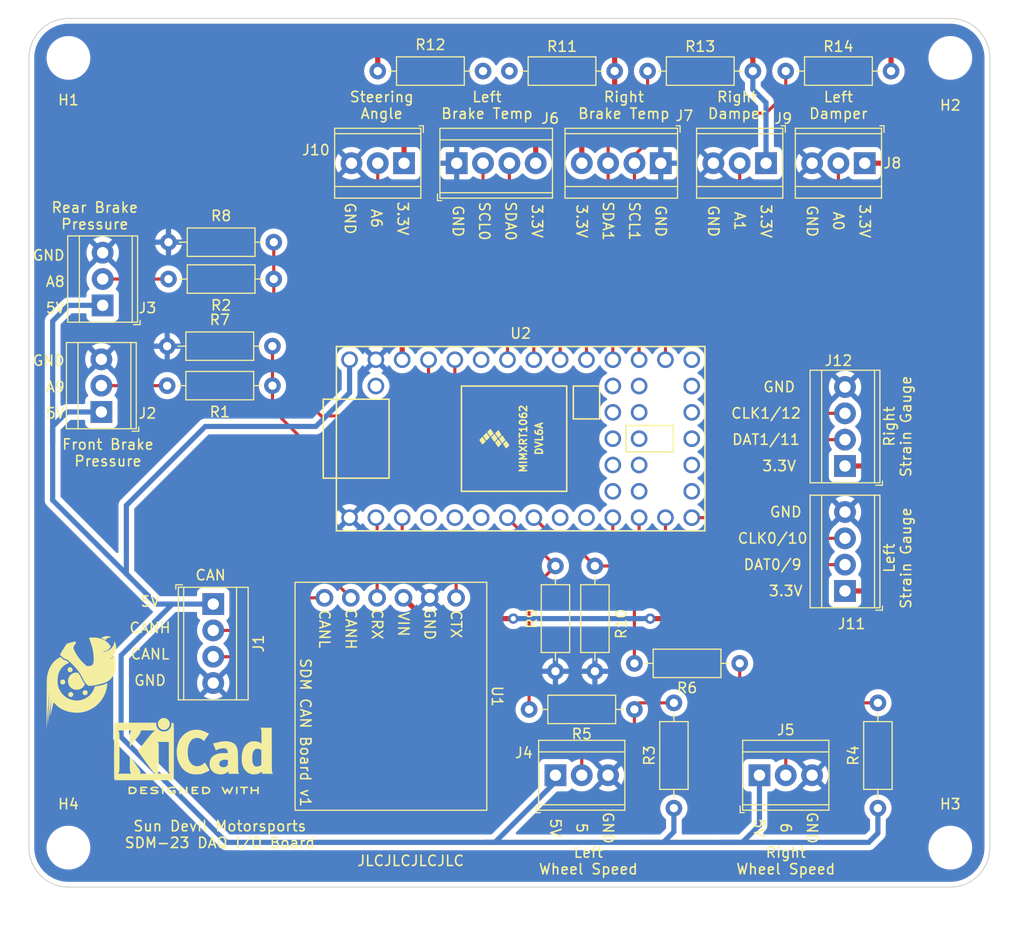
<source format=kicad_pcb>
(kicad_pcb (version 20211014) (generator pcbnew)
  (title_block (title "SDM-23 DAQ I/O Board") (date "2023-01-15") (rev "v1"))
  (layers (0 "F.Cu" signal) (31 "B.Cu" signal) (34 "B.Paste" user) (35 "F.Paste" user) (36 "B.SilkS" user "B.Silkscreen") (37 "F.SilkS" user "F.Silkscreen") (38 "B.Mask" user) (39 "F.Mask" user) (44 "Edge.Cuts" user))
  (net 0 "")
  (net 1 "+5V")
  (net 2 "Net-(J1-Pad2)")
  (net 3 "Net-(J1-Pad3)")
  (net 4 "GND")
  (net 5 "Net-(J2-Pad2)")
  (net 6 "Net-(J3-Pad2)")
  (net 7 "Net-(J4-Pad2)")
  (net 8 "Net-(J5-Pad2)")
  (net 9 "/SCL0")
  (net 10 "/SDA0")
  (net 11 "+3.3V")
  (net 12 "/SCL1")
  (net 13 "/SDA1")
  (net 14 "/A0")
  (net 15 "/A1")
  (net 16 "/A6")
  (net 17 "/DAT0")
  (net 18 "/CLK0")
  (net 19 "/DAT1")
  (net 20 "/CLK1")
  (net 21 "/A9")
  (net 22 "/A8")
  (net 23 "/5")
  (net 24 "/6")
  (net 25 "/CTX2")
  (net 26 "/CRX2")
  (footprint "TerminalBlock_TE-Connectivity:TerminalBlock_TE_282834-4_1x04_P2.54mm_Horizontal" (layer "F.Cu") (at 141.912 69.432)
    (fp_text reference "J6" (at 9.017 -4.318) (layer "F.SilkS"))
    (fp_text value "LeftBrakeTemp")
    (pad "1" thru_hole rect (at 0 0) (size 2.1 2.1) (drill 1.1) (layers *.Cu *.Mask) (net 4 "GND"))
    (pad "2" thru_hole circle (at 2.54 0) (size 2.1 2.1) (drill 1.1) (layers *.Cu *.Mask) (net 9 "/SCL0"))
    (pad "3" thru_hole circle (at 5.08 0) (size 2.1 2.1) (drill 1.1) (layers *.Cu *.Mask) (net 10 "/SDA0"))
    (pad "4" thru_hole circle (at 7.62 0) (size 2.1 2.1) (drill 1.1) (layers *.Cu *.Mask) (net 11 "+3.3V"))
  )
  (footprint "Resistor_THT:R_Axial_DIN0207_L6.3mm_D2.5mm_P10.16mm_Horizontal" (layer "F.Cu") (at 182.552 131.662 90)
    (fp_text reference "R4" (at 5.08 -2.37 90) (layer "F.SilkS"))
    (fp_text value "10k")
    (pad "1" thru_hole circle (at 0 0 90) (size 1.6 1.6) (drill 0.8) (layers *.Cu *.Mask) (net 1 "+5V"))
    (pad "2" thru_hole oval (at 10.16 0 90) (size 1.6 1.6) (drill 0.8) (layers *.Cu *.Mask) (net 8 "Net-(J5-Pad2)"))
  )
  (footprint "TerminalBlock_TE-Connectivity:TerminalBlock_TE_282834-4_1x04_P2.54mm_Horizontal" (layer "F.Cu") (at 179.377 98.647 90)
    (fp_text reference "J12" (at 10.165 -0.635 180) (layer "F.SilkS"))
    (fp_text value "RightStrainGauge")
    (pad "1" thru_hole rect (at 0 0 90) (size 2.1 2.1) (drill 1.1) (layers *.Cu *.Mask) (net 11 "+3.3V"))
    (pad "2" thru_hole circle (at 2.54 0 90) (size 2.1 2.1) (drill 1.1) (layers *.Cu *.Mask) (net 19 "/DAT1"))
    (pad "3" thru_hole circle (at 5.08 0 90) (size 2.1 2.1) (drill 1.1) (layers *.Cu *.Mask) (net 20 "/CLK1"))
    (pad "4" thru_hole circle (at 7.62 0 90) (size 2.1 2.1) (drill 1.1) (layers *.Cu *.Mask) (net 4 "GND"))
  )
  (footprint "MountingHole:MountingHole_3.2mm_M3" (layer "F.Cu") (at 104.447 135.472)
    (fp_text reference "H4" (at 0 -4.2) (layer "F.SilkS"))
    (fp_text value "M3")
    (pad "" np_thru_hole circle (at 0 0) (size 3.2 3.2) (drill 3.2) (layers *.Cu *.Mask))
  )
  (footprint "Resistor_THT:R_Axial_DIN0207_L6.3mm_D2.5mm_P10.16mm_Horizontal" (layer "F.Cu") (at 162.867 131.662 90)
    (fp_text reference "R3" (at 5.08 -2.37 90) (layer "F.SilkS"))
    (fp_text value "10k")
    (pad "1" thru_hole circle (at 0 0 90) (size 1.6 1.6) (drill 0.8) (layers *.Cu *.Mask) (net 1 "+5V"))
    (pad "2" thru_hole oval (at 10.16 0 90) (size 1.6 1.6) (drill 0.8) (layers *.Cu *.Mask) (net 7 "Net-(J4-Pad2)"))
  )
  (footprint "Resistor_THT:R_Axial_DIN0207_L6.3mm_D2.5mm_P10.16mm_Horizontal" (layer "F.Cu") (at 124.132 87.085 180)
    (fp_text reference "R7" (at 5.08 2.54) (layer "F.SilkS"))
    (fp_text value "4.7k")
    (pad "1" thru_hole circle (at 0 0 180) (size 1.6 1.6) (drill 0.8) (layers *.Cu *.Mask) (net 21 "/A9"))
    (pad "2" thru_hole oval (at 10.16 0 180) (size 1.6 1.6) (drill 0.8) (layers *.Cu *.Mask) (net 4 "GND"))
  )
  (footprint "Resistor_THT:R_Axial_DIN0207_L6.3mm_D2.5mm_P10.16mm_Horizontal" (layer "F.Cu") (at 155.247 108.294 -90)
    (fp_text reference "R10" (at 5.588 -2.54 90) (layer "F.SilkS"))
    (fp_text value "4.7k")
    (pad "1" thru_hole circle (at 0 0 270) (size 1.6 1.6) (drill 0.8) (layers *.Cu *.Mask) (net 24 "/6"))
    (pad "2" thru_hole oval (at 10.16 0 270) (size 1.6 1.6) (drill 0.8) (layers *.Cu *.Mask) (net 4 "GND"))
  )
  (footprint "TerminalBlock_TE-Connectivity:TerminalBlock_TE_282834-3_1x03_P2.54mm_Horizontal" (layer "F.Cu") (at 181.282 69.432 180)
    (fp_text reference "J8" (at -2.667 0) (layer "F.SilkS"))
    (fp_text value "LeftDamper")
    (pad "1" thru_hole rect (at 0 0 180) (size 2.1 2.1) (drill 1.1) (layers *.Cu *.Mask) (net 11 "+3.3V"))
    (pad "2" thru_hole circle (at 2.54 0 180) (size 2.1 2.1) (drill 1.1) (layers *.Cu *.Mask) (net 14 "/A0"))
    (pad "3" thru_hole circle (at 5.08 0 180) (size 2.1 2.1) (drill 1.1) (layers *.Cu *.Mask) (net 4 "GND"))
  )
  (footprint "TerminalBlock_TE-Connectivity:TerminalBlock_TE_282834-3_1x03_P2.54mm_Horizontal" (layer "F.Cu") (at 107.749 83.148 90)
    (fp_text reference "J3" (at -0.254 4.318 180) (layer "F.SilkS"))
    (fp_text value "RearBrakePressure")
    (pad "1" thru_hole rect (at 0 0 90) (size 2.1 2.1) (drill 1.1) (layers *.Cu *.Mask) (net 1 "+5V"))
    (pad "2" thru_hole circle (at 2.54 0 90) (size 2.1 2.1) (drill 1.1) (layers *.Cu *.Mask) (net 6 "Net-(J3-Pad2)"))
    (pad "3" thru_hole circle (at 5.08 0 90) (size 2.1 2.1) (drill 1.1) (layers *.Cu *.Mask) (net 4 "GND"))
  )
  (footprint "Resistor_THT:R_Axial_DIN0207_L6.3mm_D2.5mm_P10.16mm_Horizontal" (layer "F.Cu") (at 113.972 90.895)
    (fp_text reference "R1" (at 5.08 2.54) (layer "F.SilkS"))
    (fp_text value "4.7k")
    (pad "1" thru_hole circle (at 0 0) (size 1.6 1.6) (drill 0.8) (layers *.Cu *.Mask) (net 5 "Net-(J2-Pad2)"))
    (pad "2" thru_hole oval (at 10.16 0) (size 1.6 1.6) (drill 0.8) (layers *.Cu *.Mask) (net 21 "/A9"))
  )
  (footprint "Resistor_THT:R_Axial_DIN0207_L6.3mm_D2.5mm_P10.16mm_Horizontal" (layer "F.Cu") (at 114.099 80.608)
    (fp_text reference "R2" (at 5.08 2.54) (layer "F.SilkS"))
    (fp_text value "4.7k")
    (pad "1" thru_hole circle (at 0 0) (size 1.6 1.6) (drill 0.8) (layers *.Cu *.Mask) (net 6 "Net-(J3-Pad2)"))
    (pad "2" thru_hole oval (at 10.16 0) (size 1.6 1.6) (drill 0.8) (layers *.Cu *.Mask) (net 22 "/A8"))
  )
  (footprint "Symbol:KiCad-Logo2_6mm_SilkScreen" (layer "F.Cu") (at 116.512 125.947)
    (fp_text reference "REF**" hide)
    (fp_text value "KiCad-Logo2_6mm_SilkScreen" hide)
  )
  (footprint "Resistor_THT:R_Axial_DIN0207_L6.3mm_D2.5mm_P10.16mm_Horizontal" (layer "F.Cu") (at 146.992 60.542)
    (fp_text reference "R11" (at 5.08 -2.37) (layer "F.SilkS"))
    (fp_text value "4.7k")
    (pad "1" thru_hole circle (at 0 0) (size 1.6 1.6) (drill 0.8) (layers *.Cu *.Mask) (net 10 "/SDA0"))
    (pad "2" thru_hole oval (at 10.16 0) (size 1.6 1.6) (drill 0.8) (layers *.Cu *.Mask) (net 11 "+3.3V"))
  )
  (footprint "MountingHole:MountingHole_3.2mm_M3" (layer "F.Cu") (at 104.447 59.272)
    (fp_text reference "H1" (at 0 4.064) (layer "F.SilkS"))
    (fp_text value "M3")
    (pad "" np_thru_hole circle (at 0 0) (size 3.2 3.2) (drill 3.2) (layers *.Cu *.Mask))
  )
  (footprint "SDM:SDM_CANBoard_v1" (layer "F.Cu") (at 143.812 120.867 -90)
    (fp_text reference "U1" (at 0 -2 -90 unlocked) (layer "F.SilkS"))
    (fp_text value "SN65HVD230_CAN_Transceiver")
    (fp_text user "CTX" (at -6.96 1.96 -90 unlocked) (layer "F.SilkS"))
    (fp_text user "CANH" (at -6.5 12.12 -90 unlocked) (layer "F.SilkS"))
    (fp_text user "CRX" (at -6.96 9.58 -90 unlocked) (layer "F.SilkS"))
    (fp_text user "SDM CAN Board v1" (at 3.5 16.5 -90 unlocked) (layer "F.SilkS"))
    (fp_text user "CANL" (at -6.5 14.66 -90 unlocked) (layer "F.SilkS"))
    (fp_text user "VIN" (at -6.96 7.04 -90 unlocked) (layer "F.SilkS"))
    (fp_text user "GND" (at -6.96 4.5 -90 unlocked) (layer "F.SilkS"))
    (pad "1" thru_hole circle (at -9.5 1.96 270) (size 1.7 1.7) (drill 1) (layers *.Cu *.Mask) (net 25 "/CTX2"))
    (pad "2" thru_hole circle (at -9.5 4.5 270) (size 1.7 1.7) (drill 1) (layers *.Cu *.Mask) (net 4 "GND"))
    (pad "3" thru_hole circle (at -9.5 7.04 270) (size 1.7 1.7) (drill 1) (layers *.Cu *.Mask) (net 11 "+3.3V"))
    (pad "4" thru_hole circle (at -9.5 9.58 270) (size 1.7 1.7) (drill 1) (layers *.Cu *.Mask) (net 26 "/CRX2"))
    (pad "5" thru_hole circle (at -9.5 12.12 270) (size 1.7 1.7) (drill 1) (layers *.Cu *.Mask) (net 2 "Net-(J1-Pad2)"))
    (pad "6" thru_hole circle (at -9.5 14.66 270) (size 1.7 1.7) (drill 1) (layers *.Cu *.Mask) (net 3 "Net-(J1-Pad3)"))
  )
  (footprint "TerminalBlock_TE-Connectivity:TerminalBlock_TE_282834-3_1x03_P2.54mm_Horizontal" (layer "F.Cu") (at 107.622 93.435 90)
    (fp_text reference "J2" (at -0.127 4.445 180) (layer "F.SilkS"))
    (fp_text value "FrontBrakePressure")
    (pad "1" thru_hole rect (at 0 0 90) (size 2.1 2.1) (drill 1.1) (layers *.Cu *.Mask) (net 1 "+5V"))
    (pad "2" thru_hole circle (at 2.54 0 90) (size 2.1 2.1) (drill 1.1) (layers *.Cu *.Mask) (net 5 "Net-(J2-Pad2)"))
    (pad "3" thru_hole circle (at 5.08 0 90) (size 2.1 2.1) (drill 1.1) (layers *.Cu *.Mask) (net 4 "GND"))
  )
  (footprint "TerminalBlock_TE-Connectivity:TerminalBlock_TE_282834-4_1x04_P2.54mm_Horizontal" (layer "F.Cu") (at 161.602 69.432 180)
    (fp_text reference "J7" (at -2.281 4.572) (layer "F.SilkS"))
    (fp_text value "RightBrakeTemp")
    (pad "1" thru_hole rect (at 0 0 180) (size 2.1 2.1) (drill 1.1) (layers *.Cu *.Mask) (net 4 "GND"))
    (pad "2" thru_hole circle (at 2.54 0 180) (size 2.1 2.1) (drill 1.1) (layers *.Cu *.Mask) (net 12 "/SCL1"))
    (pad "3" thru_hole circle (at 5.08 0 180) (size 2.1 2.1) (drill 1.1) (layers *.Cu *.Mask) (net 13 "/SDA1"))
    (pad "4" thru_hole circle (at 7.62 0 180) (size 2.1 2.1) (drill 1.1) (layers *.Cu *.Mask) (net 11 "+3.3V"))
  )
  (footprint "Resistor_THT:R_Axial_DIN0207_L6.3mm_D2.5mm_P10.16mm_Horizontal" (layer "F.Cu") (at 169.217 117.692 180)
    (fp_text reference "R6" (at 5.08 -2.37) (layer "F.SilkS"))
    (fp_text value "4.7k")
    (pad "1" thru_hole circle (at 0 0 180) (size 1.6 1.6) (drill 0.8) (layers *.Cu *.Mask) (net 8 "Net-(J5-Pad2)"))
    (pad "2" thru_hole oval (at 10.16 0 180) (size 1.6 1.6) (drill 0.8) (layers *.Cu *.Mask) (net 24 "/6"))
  )
  (footprint "TerminalBlock_TE-Connectivity:TerminalBlock_TE_282834-3_1x03_P2.54mm_Horizontal" (layer "F.Cu") (at 136.832 69.432 180)
    (fp_text reference "J10" (at 8.509 1.27) (layer "F.SilkS"))
    (fp_text value "SteeringAngle")
    (pad "1" thru_hole rect (at 0 0 180) (size 2.1 2.1) (drill 1.1) (layers *.Cu *.Mask) (net 11 "+3.3V"))
    (pad "2" thru_hole circle (at 2.54 0 180) (size 2.1 2.1) (drill 1.1) (layers *.Cu *.Mask) (net 16 "/A6"))
    (pad "3" thru_hole circle (at 5.08 0 180) (size 2.1 2.1) (drill 1.1) (layers *.Cu *.Mask) (net 4 "GND"))
  )
  (footprint "Resistor_THT:R_Axial_DIN0207_L6.3mm_D2.5mm_P10.16mm_Horizontal" (layer "F.Cu") (at 160.327 60.542)
    (fp_text reference "R13" (at 5.08 -2.37) (layer "F.SilkS"))
    (fp_text value "4.7k")
    (pad "1" thru_hole circle (at 0 0) (size 1.6 1.6) (drill 0.8) (layers *.Cu *.Mask) (net 13 "/SDA1"))
    (pad "2" thru_hole oval (at 10.16 0) (size 1.6 1.6) (drill 0.8) (layers *.Cu *.Mask) (net 11 "+3.3V"))
  )
  (footprint "MountingHole:MountingHole_3.2mm_M3" (layer "F.Cu") (at 189.537 135.472)
    (fp_text reference "H3" (at 0 -4.2) (layer "F.SilkS"))
    (fp_text value "M3")
    (pad "" np_thru_hole circle (at 0 0) (size 3.2 3.2) (drill 3.2) (layers *.Cu *.Mask))
  )
  (footprint "Resistor_THT:R_Axial_DIN0207_L6.3mm_D2.5mm_P10.16mm_Horizontal" (layer "F.Cu") (at 124.259 77.052 180)
    (fp_text reference "R8" (at 5.08 2.54) (layer "F.SilkS"))
    (fp_text value "4.7k")
    (pad "1" thru_hole circle (at 0 0 180) (size 1.6 1.6) (drill 0.8) (layers *.Cu *.Mask) (net 22 "/A8"))
    (pad "2" thru_hole oval (at 10.16 0 180) (size 1.6 1.6) (drill 0.8) (layers *.Cu *.Mask) (net 4 "GND"))
  )
  (footprint "TerminalBlock_TE-Connectivity:TerminalBlock_TE_282834-4_1x04_P2.54mm_Horizontal" (layer "F.Cu") (at 179.377 110.707 90)
    (fp_text reference "J11" (at -3.175 0.635 180) (layer "F.SilkS"))
    (fp_text value "LeftStrainGauge")
    (pad "1" thru_hole rect (at 0 0 90) (size 2.1 2.1) (drill 1.1) (layers *.Cu *.Mask) (net 11 "+3.3V"))
    (pad "2" thru_hole circle (at 2.54 0 90) (size 2.1 2.1) (drill 1.1) (layers *.Cu *.Mask) (net 17 "/DAT0"))
    (pad "3" thru_hole circle (at 5.08 0 90) (size 2.1 2.1) (drill 1.1) (layers *.Cu *.Mask) (net 18 "/CLK0"))
    (pad "4" thru_hole circle (at 7.62 0 90) (size 2.1 2.1) (drill 1.1) (layers *.Cu *.Mask) (net 4 "GND"))
  )
  (footprint "MountingHole:MountingHole_3.2mm_M3" (layer "F.Cu") (at 189.537 59.272)
    (fp_text reference "H2" (at 0 4.572) (layer "F.SilkS"))
    (fp_text value "M3")
    (pad "" np_thru_hole circle (at 0 0) (size 3.2 3.2) (drill 3.2) (layers *.Cu *.Mask))
  )
  (footprint "Teensy:Teensy40" (layer "F.Cu") (at 148.082 96.012)
    (fp_text reference "U2" (at 0 -10.16) (layer "F.SilkS"))
    (fp_text value "Teensy4.0")
    (fp_text user "DVL6A" (at 1.778 0 90) (layer "F.SilkS") (effects (font (size 0.7 0.7))))
    (fp_text user "MIMXRT1062" (at 0.254 0 90) (layer "F.SilkS") (effects (font (size 0.7 0.7))))
    (pad "1" thru_hole circle locked (at -16.51 7.62) (size 1.6 1.6) (drill 1.1) (layers *.Cu *.Mask) (net 4 "GND"))
    (pad "2" thru_hole circle locked (at -13.97 7.62) (size 1.6 1.6) (drill 1.1) (layers *.Cu *.Mask) (net 26 "/CRX2"))
    (pad "3" thru_hole circle locked (at -11.43 7.62) (size 1.6 1.6) (drill 1.1) (layers *.Cu *.Mask) (net 25 "/CTX2"))
    (pad "4" thru_hole circle locked (at -8.89 7.62) (size 1.6 1.6) (drill 1.1) (layers *.Cu *.Mask))
    (pad "5" thru_hole circle locked (at -6.35 7.62) (size 1.6 1.6) (drill 1.1) (layers *.Cu *.Mask))
    (pad "6" thru_hole circle locked (at -3.81 7.62) (size 1.6 1.6) (drill 1.1) (layers *.Cu *.Mask))
    (pad "7" thru_hole circle locked (at -1.27 7.62) (size 1.6 1.6) (drill 1.1) (layers *.Cu *.Mask) (net 23 "/5"))
    (pad "8" thru_hole circle locked (at 1.27 7.62) (size 1.6 1.6) (drill 1.1) (layers *.Cu *.Mask) (net 24 "/6"))
    (pad "9" thru_hole circle locked (at 3.81 7.62) (size 1.6 1.6) (drill 1.1) (layers *.Cu *.Mask))
    (pad "10" thru_hole circle locked (at 6.35 7.62) (size 1.6 1.6) (drill 1.1) (layers *.Cu *.Mask))
    (pad "11" thru_hole circle locked (at 8.89 7.62) (size 1.6 1.6) (drill 1.1) (layers *.Cu *.Mask) (net 17 "/DAT0"))
    (pad "12" thru_hole circle locked (at 11.43 7.62) (size 1.6 1.6) (drill 1.1) (layers *.Cu *.Mask) (net 18 "/CLK0"))
    (pad "13" thru_hole circle locked (at 13.97 7.62) (size 1.6 1.6) (drill 1.1) (layers *.Cu *.Mask) (net 19 "/DAT1"))
    (pad "14" thru_hole circle locked (at 16.51 7.62) (size 1.6 1.6) (drill 1.1) (layers *.Cu *.Mask) (net 20 "/CLK1"))
    (pad "15" thru_hole circle locked (at 16.51 5.08) (size 1.6 1.6) (drill 1.1) (layers *.Cu *.Mask))
    (pad "16" thru_hole circle locked (at 16.51 2.54) (size 1.6 1.6) (drill 1.1) (layers *.Cu *.Mask))
    (pad "17" thru_hole circle locked (at 16.51 0) (size 1.6 1.6) (drill 1.1) (layers *.Cu *.Mask))
    (pad "18" thru_hole circle locked (at 16.51 -2.54) (size 1.6 1.6) (drill 1.1) (layers *.Cu *.Mask))
    (pad "19" thru_hole circle locked (at 16.51 -5.08) (size 1.6 1.6) (drill 1.1) (layers *.Cu *.Mask))
    (pad "20" thru_hole circle locked (at 16.51 -7.62) (size 1.6 1.6) (drill 1.1) (layers *.Cu *.Mask))
    (pad "21" thru_hole circle locked (at 13.97 -7.62) (size 1.6 1.6) (drill 1.1) (layers *.Cu *.Mask) (net 14 "/A0"))
    (pad "22" thru_hole circle locked (at 11.43 -7.62) (size 1.6 1.6) (drill 1.1) (layers *.Cu *.Mask) (net 15 "/A1"))
    (pad "23" thru_hole circle locked (at 8.89 -7.62) (size 1.6 1.6) (drill 1.1) (layers *.Cu *.Mask) (net 12 "/SCL1"))
    (pad "24" thru_hole circle locked (at 6.35 -7.62) (size 1.6 1.6) (drill 1.1) (layers *.Cu *.Mask) (net 13 "/SDA1"))
    (pad "25" thru_hole circle locked (at 3.81 -7.62) (size 1.6 1.6) (drill 1.1) (layers *.Cu *.Mask) (net 10 "/SDA0"))
    (pad "26" thru_hole circle locked (at 1.27 -7.62) (size 1.6 1.6) (drill 1.1) (layers *.Cu *.Mask) (net 9 "/SCL0"))
    (pad "27" thru_hole circle locked (at -1.27 -7.62) (size 1.6 1.6) (drill 1.1) (layers *.Cu *.Mask) (net 16 "/A6"))
    (pad "28" thru_hole circle locked (at -3.81 -7.62) (size 1.6 1.6) (drill 1.1) (layers *.Cu *.Mask))
    (pad "29" thru_hole circle locked (at -6.35 -7.62) (size 1.6 1.6) (drill 1.1) (layers *.Cu *.Mask) (net 21 "/A9"))
    (pad "30" thru_hole circle locked (at -8.89 -7.62) (size 1.6 1.6) (drill 1.1) (layers *.Cu *.Mask) (net 22 "/A8"))
    (pad "31" thru_hole circle locked (at -11.43 -7.62) (size 1.6 1.6) (drill 1.1) (layers *.Cu *.Mask) (net 11 "+3.3V"))
    (pad "32" thru_hole circle locked (at -13.97 -7.62) (size 1.6 1.6) (drill 1.1) (layers *.Cu *.Mask) (net 4 "GND"))
    (pad "33" thru_hole circle locked (at -16.51 -7.62) (size 1.6 1.6) (drill 1.1) (layers *.Cu *.Mask) (net 1 "+5V"))
    (pad "34" thru_hole circle locked (at -13.97 -5.08) (size 1.6 1.6) (drill 1.1) (layers *.Cu *.Mask))
    (pad "35" thru_hole circle locked (at 11.43 -5.08) (size 1.6 1.6) (drill 1.1) (layers *.Cu *.Mask))
    (pad "36" thru_hole circle locked (at 8.89 -5.08) (size 1.6 1.6) (drill 1.1) (layers *.Cu *.Mask))
    (pad "37" thru_hole circle locked (at 11.43 -2.54) (size 1.6 1.6) (drill 1.1) (layers *.Cu *.Mask))
    (pad "38" thru_hole circle locked (at 8.89 -2.54) (size 1.6 1.6) (drill 1.1) (layers *.Cu *.Mask))
    (pad "39" thru_hole circle locked (at 11.43 0) (size 1.6 1.6) (drill 1.1) (layers *.Cu *.Mask))
    (pad "40" thru_hole circle locked (at 8.89 0) (size 1.6 1.6) (drill 1.1) (layers *.Cu *.Mask))
    (pad "41" thru_hole circle locked (at 11.43 2.54) (size 1.6 1.6) (drill 1.1) (layers *.Cu *.Mask))
    (pad "42" thru_hole circle locked (at 8.89 2.54) (size 1.6 1.6) (drill 1.1) (layers *.Cu *.Mask))
    (pad "43" thru_hole circle locked (at 11.43 5.08) (size 1.6 1.6) (drill 1.1) (layers *.Cu *.Mask))
    (pad "44" thru_hole circle locked (at 8.89 5.08) (size 1.6 1.6) (drill 1.1) (layers *.Cu *.Mask))
  )
  (footprint "Resistor_THT:R_Axial_DIN0207_L6.3mm_D2.5mm_P10.16mm_Horizontal" (layer "F.Cu") (at 173.662 60.542)
    (fp_text reference "R14" (at 5.08 -2.37) (layer "F.SilkS"))
    (fp_text value "4.7k")
    (pad "1" thru_hole circle (at 0 0) (size 1.6 1.6) (drill 0.8) (layers *.Cu *.Mask) (net 12 "/SCL1"))
    (pad "2" thru_hole oval (at 10.16 0) (size 1.6 1.6) (drill 0.8) (layers *.Cu *.Mask) (net 11 "+3.3V"))
  )
  (footprint "TerminalBlock_TE-Connectivity:TerminalBlock_TE_282834-3_1x03_P2.54mm_Horizontal" (layer "F.Cu") (at 171.122 128.487)
    (fp_text reference "J5" (at 2.54 -4.37) (layer "F.SilkS"))
    (fp_text value "RightWheelSpeed")
    (pad "1" thru_hole rect (at 0 0) (size 2.1 2.1) (drill 1.1) (layers *.Cu *.Mask) (net 1 "+5V"))
    (pad "2" thru_hole circle (at 2.54 0) (size 2.1 2.1) (drill 1.1) (layers *.Cu *.Mask) (net 8 "Net-(J5-Pad2)"))
    (pad "3" thru_hole circle (at 5.08 0) (size 2.1 2.1) (drill 1.1) (layers *.Cu *.Mask) (net 4 "GND"))
  )
  (footprint "SDM:Logo" (layer "F.Cu") (at 105.717 119.597 -90)
    (fp_text reference "G***" hide)
    (fp_text value "LOGO" hide)
  )
  (footprint "Resistor_THT:R_Axial_DIN0207_L6.3mm_D2.5mm_P10.16mm_Horizontal" (layer "F.Cu") (at 151.437 108.294 -90)
    (fp_text reference "R9" (at 5.08 2.286 90) (layer "F.SilkS"))
    (fp_text value "4.7k")
    (pad "1" thru_hole circle (at 0 0 270) (size 1.6 1.6) (drill 0.8) (layers *.Cu *.Mask) (net 23 "/5"))
    (pad "2" thru_hole oval (at 10.16 0 270) (size 1.6 1.6) (drill 0.8) (layers *.Cu *.Mask) (net 4 "GND"))
  )
  (footprint "Resistor_THT:R_Axial_DIN0207_L6.3mm_D2.5mm_P10.16mm_Horizontal" (layer "F.Cu") (at 159.057 122.137 180)
    (fp_text reference "R5" (at 5.08 -2.37) (layer "F.SilkS"))
    (fp_text value "4.7k")
    (pad "1" thru_hole circle (at 0 0 180) (size 1.6 1.6) (drill 0.8) (layers *.Cu *.Mask) (net 7 "Net-(J4-Pad2)"))
    (pad "2" thru_hole oval (at 10.16 0 180) (size 1.6 1.6) (drill 0.8) (layers *.Cu *.Mask) (net 23 "/5"))
  )
  (footprint "TerminalBlock_TE-Connectivity:TerminalBlock_TE_282834-4_1x04_P2.54mm_Horizontal" (layer "F.Cu") (at 118.417 111.972 -90)
    (fp_text reference "J1" (at 3.81 -4.37 90) (layer "F.SilkS"))
    (fp_text value "CAN")
    (pad "1" thru_hole rect (at 0 0 270) (size 2.1 2.1) (drill 1.1) (layers *.Cu *.Mask) (net 1 "+5V"))
    (pad "2" thru_hole circle (at 2.54 0 270) (size 2.1 2.1) (drill 1.1) (layers *.Cu *.Mask) (net 2 "Net-(J1-Pad2)"))
    (pad "3" thru_hole circle (at 5.08 0 270) (size 2.1 2.1) (drill 1.1) (layers *.Cu *.Mask) (net 3 "Net-(J1-Pad3)"))
    (pad "4" thru_hole circle (at 7.62 0 270) (size 2.1 2.1) (drill 1.1) (layers *.Cu *.Mask) (net 4 "GND"))
  )
  (footprint "TerminalBlock_TE-Connectivity:TerminalBlock_TE_282834-3_1x03_P2.54mm_Horizontal" (layer "F.Cu") (at 171.757 69.432 180)
    (fp_text reference "J9" (at -1.66 4.318) (layer "F.SilkS"))
    (fp_text value "RightDamper")
    (pad "1" thru_hole rect (at 0 0 180) (size 2.1 2.1) (drill 1.1) (layers *.Cu *.Mask) (net 11 "+3.3V"))
    (pad "2" thru_hole circle (at 2.54 0 180) (size 2.1 2.1) (drill 1.1) (layers *.Cu *.Mask) (net 15 "/A1"))
    (pad "3" thru_hole circle (at 5.08 0 180) (size 2.1 2.1) (drill 1.1) (layers *.Cu *.Mask) (net 4 "GND"))
  )
  (footprint "TerminalBlock_TE-Connectivity:TerminalBlock_TE_282834-3_1x03_P2.54mm_Horizontal" (layer "F.Cu") (at 151.437 128.487)
    (fp_text reference "J4" (at -3.048 -2.159) (layer "F.SilkS"))
    (fp_text value "LeftWheelSpeed")
    (pad "1" thru_hole rect (at 0 0) (size 2.1 2.1) (drill 1.1) (layers *.Cu *.Mask) (net 1 "+5V"))
    (pad "2" thru_hole circle (at 2.54 0) (size 2.1 2.1) (drill 1.1) (layers *.Cu *.Mask) (net 7 "Net-(J4-Pad2)"))
    (pad "3" thru_hole circle (at 5.08 0) (size 2.1 2.1) (drill 1.1) (layers *.Cu *.Mask) (net 4 "GND"))
  )
  (footprint "Resistor_THT:R_Axial_DIN0207_L6.3mm_D2.5mm_P10.16mm_Horizontal" (layer "F.Cu") (at 144.452 60.542 180)
    (fp_text reference "R12" (at 5.08 2.54) (layer "F.SilkS"))
    (fp_text value "4.7k")
    (pad "1" thru_hole circle (at 0 0 180) (size 1.6 1.6) (drill 0.8) (layers *.Cu *.Mask) (net 9 "/SCL0"))
    (pad "2" thru_hole oval (at 10.16 0 180) (size 1.6 1.6) (drill 0.8) (layers *.Cu *.Mask) (net 11 "+3.3V"))
  )
  (gr_arc (start 100.637 59.272) (mid 101.752923 56.577923) (end 104.447 55.462) (layer "Edge.Cuts") (width 0.1))
  (gr_line (start 193.347 59.272) (end 193.347 135.472) (layer "Edge.Cuts") (width 0.1))
  (gr_arc (start 189.537 55.462) (mid 192.231077 56.577923) (end 193.347 59.272) (layer "Edge.Cuts") (width 0.1))
  (gr_line (start 104.447 55.462) (end 189.537 55.462) (layer "Edge.Cuts") (width 0.1))
  (gr_arc (start 104.447 139.282) (mid 101.752923 138.166077) (end 100.637 135.472) (layer "Edge.Cuts") (width 0.1))
  (gr_line (start 189.537 139.282) (end 104.447 139.282) (layer "Edge.Cuts") (width 0.1))
  (gr_arc (start 193.347 135.472) (mid 192.231077 138.166077) (end 189.537 139.282) (layer "Edge.Cuts") (width 0.1))
  (gr_line (start 100.637 135.472) (end 100.637 59.272) (layer "Edge.Cuts") (width 0.1))
  (gr_text "A6" (at 134.165 74.766 270) (layer "F.SilkS") (effects (font (size 1 1))))
  (gr_text "GND" (at 142.039 75.02 270) (layer "F.SilkS") (effects (font (size 1 1))))
  (gr_text "Right\nWheel Speed" (at 173.662 136.742) (layer "F.SilkS") (effects (font (size 1 1))))
  (gr_text "Steering\nAngle" (at 134.673 63.844) (layer "F.SilkS") (effects (font (size 1 1))))
  (gr_text "SCL1" (at 159.057 75.02 270) (layer "F.SilkS") (effects (font (size 1 1))))
  (gr_text "Left\nStrain Gauge" (at 184.457 107.532 90) (layer "F.SilkS") (effects (font (size 1 1))))
  (gr_text "GND" (at 176.202 133.567 270) (layer "F.SilkS") (effects (font (size 1 1))))
  (gr_text "A9" (at 103.177 91.022) (layer "F.SilkS") (effects (font (size 1 1))))
  (gr_text "JLCJLCJLCJLC" (at 137.467 136.742) (layer "F.SilkS") (effects (font (size 1 1))))
  (gr_text "3.3V" (at 136.705 74.766 270) (layer "F.SilkS") (effects (font (size 1 1))))
  (gr_text "6\n" (at 173.662 133.567 270) (layer "F.SilkS") (effects (font (size 1 1))))
  (gr_text "GND" (at 161.597 75.02 270) (layer "F.SilkS") (effects (font (size 1 1))))
  (gr_text "DAT0/9" (at 172.392 108.167) (layer "F.SilkS") (effects (font (size 1 1))))
  (gr_text "GND" (at 173.027 91.022) (layer "F.SilkS") (effects (font (size 1 1))))
  (gr_text "Left\nBrake Temp" (at 144.833 63.844) (layer "F.SilkS") (effects (font (size 1 1))))
  (gr_text "Left\nDamper" (at 178.742 63.844) (layer "F.SilkS") (effects (font (size 1 1))))
  (gr_text "SDA1" (at 156.517 75.02 270) (layer "F.SilkS") (effects (font (size 1 1))))
  (gr_text "GND" (at 102.542 88.482) (layer "F.SilkS") (effects (font (size 1 1))))
  (gr_text "GND" (at 176.202 75.02 270) (layer "F.SilkS") (effects (font (size 1 1))))
  (gr_text "3.3V" (at 171.757 75.02 270) (layer "F.SilkS") (effects (font (size 1 1))))
  (gr_text "Right\nDamper" (at 168.963 63.844) (layer "F.SilkS") (effects (font (size 1 1))))
  (gr_text "Left\nWheel Speed" (at 154.612 136.742) (layer "F.SilkS") (effects (font (size 1 1))))
  (gr_text "CANL" (at 112.321 116.803) (layer "F.SilkS") (effects (font (size 1 1))))
  (gr_text "GND" (at 102.542 78.322) (layer "F.SilkS") (effects (font (size 1 1))))
  (gr_text "Front Brake\nPressure" (at 108.257 97.372) (layer "F.SilkS") (effects (font (size 1 1))))
  (gr_text "SDA0" (at 147.119 75.02 270) (layer "F.SilkS") (effects (font (size 1 1))))
  (gr_text "A1" (at 169.217 75.02 270) (layer "F.SilkS") (effects (font (size 1 1))))
  (gr_text "3.3V" (at 181.282 75.02 270) (layer "F.SilkS") (effects (font (size 1 1))))
  (gr_text "CLK0/10" (at 172.392 105.627) (layer "F.SilkS") (effects (font (size 1 1))))
  (gr_text "5V" (at 171.122 133.567 270) (layer "F.SilkS") (effects (font (size 1 1))))
  (gr_text "GND" (at 166.677 75.02 270) (layer "F.SilkS") (effects (font (size 1 1))))
  (gr_text "3.3V" (at 173.662 110.707) (layer "F.SilkS") (effects (font (size 1 1))))
  (gr_text "3.3V" (at 153.977 75.02 270) (layer "F.SilkS") (effects (font (size 1 1))))
  (gr_text "5V" (at 112.321 111.723) (layer "F.SilkS") (effects (font (size 1 1))))
  (gr_text "CLK1/12" (at 171.757 93.562) (layer "F.SilkS") (effects (font (size 1 1))))
  (gr_text "3.3V" (at 149.659 75.02 270) (layer "F.SilkS") (effects (font (size 1 1))))
  (gr_text "GND" (at 131.625 74.766 270) (layer "F.SilkS") (effects (font (size 1 1))))
  (gr_text "Rear Brake\nPressure" (at 106.987 74.512) (layer "F.SilkS") (effects (font (size 1 1))))
  (gr_text "A0" (at 178.742 75.02 270) (layer "F.SilkS") (effects (font (size 1 1))))
  (gr_text "DAT1/11" (at 171.757 96.102) (layer "F.SilkS") (effects (font (size 1 1))))
  (gr_text "Right\nBrake Temp" (at 158.041 63.844) (layer "F.SilkS") (effects (font (size 1 1))))
  (gr_text "A8" (at 103.177 80.862) (layer "F.SilkS") (effects (font (size 1 1))))
  (gr_text "GND" (at 156.517 133.567 270) (layer "F.SilkS") (effects (font (size 1 1))))
  (gr_text "SCL0" (at 144.579 75.02 270) (layer "F.SilkS") (effects (font (size 1 1))))
  (gr_text "5V" (at 103.177 93.562) (layer "F.SilkS") (effects (font (size 1 1))))
  (gr_text "5V" (at 103.177 83.402) (layer "F.SilkS") (effects (font (size 1 1))))
  (gr_text "CANH" (at 112.321 114.263) (layer "F.SilkS") (effects (font (size 1 1))))
  (gr_text "Right\nStrain Gauge" (at 184.457 94.832 90) (layer "F.SilkS") (effects (font (size 1 1))))
  (gr_text "GND" (at 112.321 119.343) (layer "F.SilkS") (effects (font (size 1 1))))
  (gr_text "GND" (at 173.662 103.087) (layer "F.SilkS") (effects (font (size 1 1))))
  (gr_text "5V" (at 151.437 133.567 270) (layer "F.SilkS") (effects (font (size 1 1))))
  (gr_text "3.3V" (at 173.027 98.642) (layer "F.SilkS") (effects (font (size 1 1))))
  (gr_text "Sun Devil Motorsports\nSDM-23 DAQ I/O Board" (at 119.052 134.202) (layer "F.SilkS") (effects (font (size 1 1))))
  (gr_text "5" (at 153.977 133.567 270) (layer "F.SilkS") (effects (font (size 1 1))))
  (gr_text "CAN\n" (at 118.163 109.183) (layer "F.SilkS") (effects (font (size 1 1))))
  (segment (start 110.035 109.056) (end 110.035 102.452) (width 0.5) (layer "B.Cu") (net 1))
  (segment (start 114.475 111.972) (end 109.527 116.92) (width 0.5) (layer "B.Cu") (net 1))
  (segment (start 118.417 111.972) (end 114.475 111.972) (width 0.5) (layer "B.Cu") (net 1))
  (segment (start 110.289 109.31) (end 110.035 109.056) (width 0.5) (layer "B.Cu") (net 1))
  (segment (start 117.655 94.832) (end 128.323 94.832) (width 0.5) (layer "B.Cu") (net 1))
  (segment (start 119.687 134.964) (end 144.579 134.964) (width 0.5) (layer "B.Cu") (net 1))
  (segment (start 144.579 134.964) (end 145.595 134.964) (width 0.5) (layer "B.Cu") (net 1))
  (segment (start 169.471 134.964) (end 171.122 133.313) (width 0.5) (layer "B.Cu") (net 1))
  (segment (start 110.035 102.452) (end 117.655 94.832) (width 0.5) (layer "B.Cu") (net 1))
  (segment (start 145.595 134.964) (end 151.437 129.122) (width 0.5) (layer "B.Cu") (net 1))
  (segment (start 161.851 134.964) (end 162.867 133.948) (width 0.5) (layer "B.Cu") (net 1))
  (segment (start 102.923 101.944) (end 102.923 96.356) (width 0.5) (layer "B.Cu") (net 1))
  (segment (start 114.475 111.972) (end 112.951 111.972) (width 0.5) (layer "B.Cu") (net 1))
  (segment (start 182.552 134.075) (end 182.552 131.662) (width 0.5) (layer "B.Cu") (net 1))
  (segment (start 112.951 111.972) (end 110.289 109.31) (width 0.5) (layer "B.Cu") (net 1))
  (segment (start 104.32 93.435) (end 107.622 93.435) (width 0.5) (layer "B.Cu") (net 1))
  (segment (start 102.923 94.832) (end 104.32 93.435) (width 0.5) (layer "B.Cu") (net 1))
  (segment (start 102.923 96.356) (end 102.923 94.832) (width 0.5) (layer "B.Cu") (net 1))
  (segment (start 162.867 133.948) (end 162.867 131.662) (width 0.5) (layer "B.Cu") (net 1))
  (segment (start 104.447 83.148) (end 107.749 83.148) (width 0.5) (layer "B.Cu") (net 1))
  (segment (start 131.572 91.583) (end 128.323 94.832) (width 0.5) (layer "B.Cu") (net 1))
  (segment (start 144.579 134.964) (end 159.819 134.964) (width 0.5) (layer "B.Cu") (net 1))
  (segment (start 151.437 129.122) (end 151.437 128.487) (width 0.5) (layer "B.Cu") (net 1))
  (segment (start 102.923 96.356) (end 102.923 84.672) (width 0.5) (layer "B.Cu") (net 1))
  (segment (start 102.923 84.672) (end 104.447 83.148) (width 0.5) (layer "B.Cu") (net 1))
  (segment (start 109.527 116.92) (end 109.527 124.804) (width 0.5) (layer "B.Cu") (net 1))
  (segment (start 110.289 109.31) (end 102.923 101.944) (width 0.5) (layer "B.Cu") (net 1))
  (segment (start 167.439 134.964) (end 181.663 134.964) (width 0.5) (layer "B.Cu") (net 1))
  (segment (start 181.663 134.964) (end 182.552 134.075) (width 0.5) (layer "B.Cu") (net 1))
  (segment (start 109.527 124.804) (end 119.687 134.964) (width 0.5) (layer "B.Cu") (net 1))
  (segment (start 171.122 133.313) (end 171.122 128.487) (width 0.5) (layer "B.Cu") (net 1))
  (segment (start 159.819 134.964) (end 167.439 134.964) (width 0.5) (layer "B.Cu") (net 1))
  (segment (start 159.819 134.964) (end 161.851 134.964) (width 0.5) (layer "B.Cu") (net 1))
  (segment (start 131.572 88.392) (end 131.572 91.583) (width 0.5) (layer "B.Cu") (net 1))
  (segment (start 167.439 134.964) (end 169.471 134.964) (width 0.5) (layer "B.Cu") (net 1))
  (segment (start 118.417 114.512) (end 121.343 114.512) (width 0.3) (layer "F.Cu") (net 2))
  (segment (start 129.889 109.564) (end 131.692 111.367) (width 0.3) (layer "F.Cu") (net 2))
  (segment (start 126.291 109.564) (end 129.889 109.564) (width 0.3) (layer "F.Cu") (net 2))
  (segment (start 121.343 114.512) (end 126.291 109.564) (width 0.3) (layer "F.Cu") (net 2))
  (segment (start 127.536 111.367) (end 129.152 111.367) (width 0.3) (layer "F.Cu") (net 3))
  (segment (start 121.851 117.052) (end 127.536 111.367) (width 0.3) (layer "F.Cu") (net 3))
  (segment (start 118.417 117.052) (end 121.851 117.052) (width 0.3) (layer "F.Cu") (net 3))
  (segment (start 107.622 90.895) (end 113.972 90.895) (width 0.3) (layer "F.Cu") (net 5))
  (segment (start 107.749 80.608) (end 114.099 80.608) (width 0.3) (layer "F.Cu") (net 6))
  (segment (start 159.057 122.137) (end 159.057 122.01) (width 0.3) (layer "F.Cu") (net 7))
  (segment (start 153.977 126.582) (end 155.755 124.804) (width 0.3) (layer "F.Cu") (net 7))
  (segment (start 159.057 123.534) (end 159.057 122.137) (width 0.3) (layer "F.Cu") (net 7))
  (segment (start 159.565 121.502) (end 162.867 121.502) (width 0.3) (layer "F.Cu") (net 7))
  (segment (start 159.057 122.01) (end 159.565 121.502) (width 0.3) (layer "F.Cu") (net 7))
  (segment (start 157.787 124.804) (end 159.057 123.534) (width 0.3) (layer "F.Cu") (net 7))
  (segment (start 153.977 128.487) (end 153.977 126.582) (width 0.3) (layer "F.Cu") (net 7))
  (segment (start 155.755 124.804) (end 157.787 124.804) (width 0.3) (layer "F.Cu") (net 7))
  (segment (start 173.662 126.455) (end 173.662 125.693) (width 0.3) (layer "F.Cu") (net 8))
  (segment (start 173.662 125.693) (end 177.853 121.502) (width 0.3) (layer "F.Cu") (net 8))
  (segment (start 173.662 126.455) (end 169.217 122.01) (width 0.3) (layer "F.Cu") (net 8))
  (segment (start 169.217 122.01) (end 169.217 117.692) (width 0.3) (layer "F.Cu") (net 8))
  (segment (start 177.853 121.502) (end 182.552 121.502) (width 0.3) (layer "F.Cu") (net 8))
  (segment (start 173.662 128.487) (end 173.662 126.455) (width 0.3) (layer "F.Cu") (net 8))
  (segment (start 149.352 77.253) (end 144.452 72.353) (width 0.3) (layer "F.Cu") (net 9))
  (segment (start 149.352 88.392) (end 149.352 77.253) (width 0.3) (layer "F.Cu") (net 9))
  (segment (start 144.452 72.353) (end 144.452 69.432) (width 0.3) (layer "F.Cu") (net 9))
  (segment (start 146.992 72.353) (end 151.892 77.253) (width 0.3) (layer "F.Cu") (net 10))
  (segment (start 151.892 77.253) (end 151.892 88.392) (width 0.3) (layer "F.Cu") (net 10))
  (segment (start 146.992 69.432) (end 146.992 72.353) (width 0.3) (layer "F.Cu") (net 10))
  (segment (start 136.197 65.622) (end 136.832 66.257) (width 0.5) (layer "F.Cu") (net 11))
  (segment (start 156.517 58.002) (end 169.217 58.002) (width 0.5) (layer "F.Cu") (net 11))
  (segment (start 183.187 58.002) (end 183.822 58.637) (width 0.5) (layer "F.Cu") (net 11))
  (segment (start 136.652 88.392) (end 136.652 85.127) (width 0.5) (layer "F.Cu") (net 11))
  (segment (start 155.247 64.352) (end 154.739 64.352) (width 0.5) (layer "F.Cu") (net 11))
  (segment (start 185.727 95.848) (end 185.727 107.532) (width 0.5) (layer "F.Cu") (net 11))
  (segment (start 151.183 64.352) (end 149.532 66.003) (width 0.5) (layer "F.Cu") (net 11))
  (segment (start 185.727 107.532) (end 185.727 109.056) (width 0.5) (layer "F.Cu") (net 11))
  (segment (start 157.152 58.637) (end 156.517 58.002) (width 0.5) (layer "F.Cu") (net 11))
  (segment (start 185.727 95.848) (end 185.727 97.372) (width 0.5) (layer "F.Cu") (net 11))
  (segment (start 134.292 58.637) (end 133.657 58.002) (width 0.5) (layer "F.Cu") (net 11))
  (segment (start 157.152 60.542) (end 157.152 58.637) (width 0.5) (layer "F.Cu") (net 11))
  (segment (start 169.217 58.002) (end 181.917 58.002) (width 0.5) (layer "F.Cu") (net 11))
  (segment (start 126.037 68.162) (end 126.037 61.812) (width 0.5) (layer "F.Cu") (net 11))
  (segment (start 185.727 109.056) (end 185.727 111.342) (width 0.5) (layer "F.Cu") (net 11))
  (segment (start 126.037 74.512) (end 126.037 68.162) (width 0.5) (layer "F.Cu") (net 11))
  (segment (start 184.711 69.432) (end 181.282 69.432) (width 0.5) (layer "F.Cu") (net 11))
  (segment (start 184.965 58.002) (end 185.727 58.764) (width 0.5) (layer "F.Cu") (net 11))
  (segment (start 126.037 61.812) (end 129.847 58.002) (width 0.5) (layer "F.Cu") (net 11))
  (segment (start 128.577 65.622) (end 136.197 65.622) (width 0.5) (layer "F.Cu") (net 11))
  (segment (start 184.076 110.707) (end 179.377 110.707) (width 0.5) (layer "F.Cu") (net 11))
  (segment (start 153.982 65.109) (end 153.982 69.432) (width 0.5) (layer "F.Cu") (net 11))
  (segment (start 185.727 97.372) (end 184.452 98.647) (width 0.5) (layer "F.Cu") (net 11))
  (segment (start 138.779 113.374) (end 136.772 111.367) (width 0.5) (layer "F.Cu") (net 11))
  (segment (start 184.452 98.647) (end 179.377 98.647) (width 0.5) (layer "F.Cu") (net 11))
  (segment (start 185.727 109.056) (end 184.076 110.707) (width 0.5) (layer "F.Cu") (net 11))
  (segment (start 185.727 68.416) (end 184.711 69.432) (width 0.5) (layer "F.Cu") (net 11))
  (segment (start 185.727 111.342) (end 183.695 113.374) (width 0.5) (layer "F.Cu") (net 11))
  (segment (start 183.822 58.637) (end 183.822 60.542) (width 0.5) (layer "F.Cu") (net 11))
  (segment (start 154.739 64.352) (end 153.982 65.109) (width 0.5) (layer "F.Cu") (net 11))
  (segment (start 136.652 85.127) (end 126.037 74.512) (width 0.5) (layer "F.Cu") (net 11))
  (segment (start 149.532 66.003) (end 149.532 69.432) (width 0.5) (layer "F.Cu") (net 11))
  (segment (start 126.037 68.162) (end 128.577 65.622) (width 0.5) (layer "F.Cu") (net 11))
  (segment (start 154.739 64.352) (end 151.183 64.352) (width 0.5) (layer "F.Cu") (net 11))
  (segment (start 185.727 68.416) (end 185.727 95.848) (width 0.5) (layer "F.Cu") (net 11))
  (segment (start 134.292 60.542) (end 134.292 58.637) (width 0.5) (layer "F.Cu") (net 11))
  (segment (start 181.917 58.002) (end 184.965 58.002) (width 0.5) (layer "F.Cu") (net 11))
  (segment (start 185.727 58.764) (end 185.727 68.416) (width 0.5) (layer "F.Cu") (net 11))
  (segment (start 170.487 59.272) (end 169.217 58.002) (width 0.5) (layer "F.Cu") (net 11))
  (segment (start 170.487 60.542) (end 170.487 59.272) (width 0.5) (layer "F.Cu") (net 11))
  (segment (start 181.917 58.002) (end 183.187 58.002) (width 0.5) (layer "F.Cu") (net 11))
  (segment (start 157.152 60.542) (end 157.152 62.447) (width 0.5) (layer "F.Cu") (net 11))
  (segment (start 129.847 58.002) (end 156.517 58.002) (width 0.5) (layer "F.Cu") (net 11))
  (segment (start 147.373 113.374) (end 138.779 113.374) (width 0.5) (layer "F.Cu") (net 11))
  (segment (start 183.695 113.374) (end 160.581 113.374) (width 0.5) (layer "F.Cu") (net 11))
  (segment (start 136.832 66.257) (end 136.832 69.432) (width 0.5) (layer "F.Cu") (net 11))
  (segment (start 157.152 62.447) (end 155.247 64.352) (width 0.5) (layer "F.Cu") (net 11))
  (via (at 147.373 113.374) (size 1) (drill 0.5) (layers "F.Cu" "B.Cu") (net 11))
  (via (at 160.581 113.374) (size 1) (drill 0.5) (layers "F.Cu" "B.Cu") (net 11))
  (segment (start 170.487 62.32) (end 170.487 60.542) (width 0.5) (layer "B.Cu") (net 11))
  (segment (start 171.757 63.59) (end 170.487 62.32) (width 0.5) (layer "B.Cu") (net 11))
  (segment (start 171.757 69.432) (end 171.757 63.59) (width 0.5) (layer "B.Cu") (net 11))
  (segment (start 160.581 113.374) (end 147.373 113.374) (width 0.5) (layer "B.Cu") (net 11))
  (segment (start 159.062 68.665) (end 163.121 64.606) (width 0.3) (layer "F.Cu") (net 12))
  (segment (start 159.062 73.237) (end 156.972 75.327) (width 0.3) (layer "F.Cu") (net 12))
  (segment (start 171.757 64.606) (end 173.662 62.701) (width 0.3) (layer "F.Cu") (net 12))
  (segment (start 156.972 75.327) (end 156.972 88.392) (width 0.3) (layer "F.Cu") (net 12))
  (segment (start 163.121 64.606) (end 171.757 64.606) (width 0.3) (layer "F.Cu") (net 12))
  (segment (start 173.662 62.701) (end 173.662 60.542) (width 0.3) (layer "F.Cu") (net 12))
  (segment (start 159.062 69.432) (end 159.062 68.665) (width 0.3) (layer "F.Cu") (net 12))
  (segment (start 159.062 69.432) (end 159.062 73.237) (width 0.3) (layer "F.Cu") (net 12))
  (segment (start 160.327 60.542) (end 160.327 62.066) (width 0.3) (layer "F.Cu") (net 13))
  (segment (start 154.432 88.392) (end 154.432 74.819) (width 0.3) (layer "F.Cu") (net 13))
  (segment (start 154.432 74.819) (end 156.522 72.729) (width 0.3) (layer "F.Cu") (net 13))
  (segment (start 156.522 72.729) (end 156.522 69.432) (width 0.3) (layer "F.Cu") (net 13))
  (segment (start 160.327 62.066) (end 156.522 65.871) (width 0.3) (layer "F.Cu") (net 13))
  (segment (start 156.522 65.871) (end 156.522 69.432) (width 0.3) (layer "F.Cu") (net 13))
  (segment (start 162.052 88.392) (end 162.052 85.995) (width 0.3) (layer "F.Cu") (net 14))
  (segment (start 178.742 72.353) (end 178.742 69.432) (width 0.3) (layer "F.Cu") (net 14))
  (segment (start 177.091 74.004) (end 178.742 72.353) (width 0.3) (layer "F.Cu") (net 14))
  (segment (start 162.052 85.995) (end 174.043 74.004) (width 0.3) (layer "F.Cu") (net 14))
  (segment (start 174.043 74.004) (end 177.091 74.004) (width 0.3) (layer "F.Cu") (net 14))
  (segment (start 159.512 88.392) (end 159.512 82.439) (width 0.3) (layer "F.Cu") (net 15))
  (segment (start 169.217 72.734) (end 169.217 69.432) (width 0.3) (layer "F.Cu") (net 15))
  (segment (start 159.512 82.439) (end 169.217 72.734) (width 0.3) (layer "F.Cu") (net 15))
  (segment (start 134.292 72.353) (end 134.292 69.432) (width 0.3) (layer "F.Cu") (net 16))
  (segment (start 146.812 84.873) (end 134.292 72.353) (width 0.3) (layer "F.Cu") (net 16))
  (segment (start 146.812 88.392) (end 146.812 84.873) (width 0.3) (layer "F.Cu") (net 16))
  (segment (start 159.946 108.167) (end 156.972 105.193) (width 0.3) (layer "F.Cu") (net 17))
  (segment (start 179.377 108.167) (end 159.946 108.167) (width 0.3) (layer "F.Cu") (net 17))
  (segment (start 156.972 105.193) (end 156.972 103.632) (width 0.3) (layer "F.Cu") (net 17))
  (segment (start 159.512 104.939) (end 159.512 103.632) (width 0.3) (layer "F.Cu") (net 18))
  (segment (start 168.201 107.024) (end 161.597 107.024) (width 0.3) (layer "F.Cu") (net 18))
  (segment (start 179.377 105.627) (end 169.598 105.627) (width 0.3) (layer "F.Cu") (net 18))
  (segment (start 161.597 107.024) (end 159.512 104.939) (width 0.3) (layer "F.Cu") (net 18))
  (segment (start 169.598 105.627) (end 168.201 107.024) (width 0.3) (layer "F.Cu") (net 18))
  (segment (start 179.377 96.107) (end 176.832 96.107) (width 0.3) (layer "F.Cu") (net 19))
  (segment (start 162.052 104.939) (end 162.052 103.632) (width 0.3) (layer "F.Cu") (net 19))
  (segment (start 176.832 96.107) (end 167.185 105.754) (width 0.3) (layer "F.Cu") (net 19))
  (segment (start 167.185 105.754) (end 162.867 105.754) (width 0.3) (layer "F.Cu") (net 19))
  (segment (start 162.867 105.754) (end 162.052 104.939) (width 0.3) (layer "F.Cu") (net 19))
  (segment (start 176.832 93.567) (end 166.767 103.632) (width 0.3) (layer "F.Cu") (net 20))
  (segment (start 179.377 93.567) (end 176.832 93.567) (width 0.3) (layer "F.Cu") (net 20))
  (segment (start 166.767 103.632) (end 164.592 103.632) (width 0.3) (layer "F.Cu") (net 20))
  (segment (start 126.799 95.848) (end 124.132 93.181) (width 0.3) (layer "F.Cu") (net 21))
  (segment (start 141.732 90.567) (end 136.451 95.848) (width 0.3) (layer "F.Cu") (net 21))
  (segment (start 124.132 87.085) (end 124.132 90.895) (width 0.3) (layer "F.Cu") (net 21))
  (segment (start 124.132 93.181) (end 124.132 90.895) (width 0.3) (layer "F.Cu") (net 21))
  (segment (start 141.732 88.392) (end 141.732 90.567) (width 0.3) (layer "F.Cu") (net 21))
  (segment (start 136.451 95.848) (end 126.799 95.848) (width 0.3) (layer "F.Cu") (net 21))
  (segment (start 127.815 92.8) (end 128.831 93.816) (width 0.3) (layer "F.Cu") (net 22))
  (segment (start 124.259 80.608) (end 124.259 82.132) (width 0.3) (layer "F.Cu") (net 22))
  (segment (start 124.259 77.052) (end 124.259 80.608) (width 0.3) (layer "F.Cu") (net 22))
  (segment (start 127.815 85.688) (end 127.815 92.8) (width 0.3) (layer "F.Cu") (net 22))
  (segment (start 128.831 93.816) (end 135.435 93.816) (width 0.3) (layer "F.Cu") (net 22))
  (segment (start 135.435 93.816) (end 139.192 90.059) (width 0.3) (layer "F.Cu") (net 22))
  (segment (start 139.192 90.059) (end 139.192 88.392) (width 0.3) (layer "F.Cu") (net 22))
  (segment (start 124.259 82.132) (end 127.815 85.688) (width 0.3) (layer "F.Cu") (net 22))
  (segment (start 146.812 103.669) (end 146.812 103.632) (width 0.3) (layer "F.Cu") (net 23))
  (segment (start 151.437 108.257) (end 151.437 108.294) (width 0.3) (layer "F.Cu") (net 23))
  (segment (start 148.897 110.834) (end 151.437 108.294) (width 0.3) (layer "F.Cu") (net 23))
  (segment (start 148.897 122.137) (end 148.897 112.358) (width 0.3) (layer "F.Cu") (net 23))
  (segment (start 151.437 108.294) (end 146.812 103.669) (width 0.3) (layer "F.Cu") (net 23))
  (segment (start 148.897 112.358) (end 148.897 110.834) (width 0.3) (layer "F.Cu") (net 23))
  (segment (start 159.057 109.818) (end 157.533 108.294) (width 0.3) (layer "F.Cu") (net 24))
  (segment (start 152.453 105.5) (end 151.22 105.5) (width 0.3) (layer "F.Cu") (net 24))
  (segment (start 157.533 108.294) (end 155.247 108.294) (width 0.3) (layer "F.Cu") (net 24))
  (segment (start 159.057 117.692) (end 159.057 109.818) (width 0.3) (layer "F.Cu") (net 24))
  (segment (start 155.247 108.294) (end 152.453 105.5) (width 0.3) (layer "F.Cu") (net 24))
  (segment (start 151.22 105.5) (end 149.352 103.632) (width 0.3) (layer "F.Cu") (net 24))
  (segment (start 141.852 109.377) (end 141.852 111.367) (width 0.3) (layer "F.Cu") (net 25))
  (segment (start 136.652 105.701) (end 139.499 108.548) (width 0.3) (layer "F.Cu") (net 25))
  (segment (start 139.499 108.548) (end 141.023 108.548) (width 0.3) (layer "F.Cu") (net 25))
  (segment (start 136.652 103.632) (end 136.652 105.701) (width 0.3) (layer "F.Cu") (net 25))
  (segment (start 141.023 108.548) (end 141.852 109.377) (width 0.3) (layer "F.Cu") (net 25))
  (segment (start 134.232 111.367) (end 134.232 103.752) (width 0.3) (layer "F.Cu") (net 26))
  (segment (start 134.232 103.752) (end 134.112 103.632) (width 0.3) (layer "F.Cu") (net 26))
  (zone (net 4) (net_name "GND") (layer "B.Cu") (connect_pads (clearance 0.508)) (min_thickness 0.254) (fill yes (thermal_gap 0.508) (thermal_bridge_width 0.508))
    (polygon (pts (xy 196.650162 142.685588) (xy 98.097 143.346) (xy 97.843 53.684) (xy 195.634162 53.785588)))
  )
)
</source>
